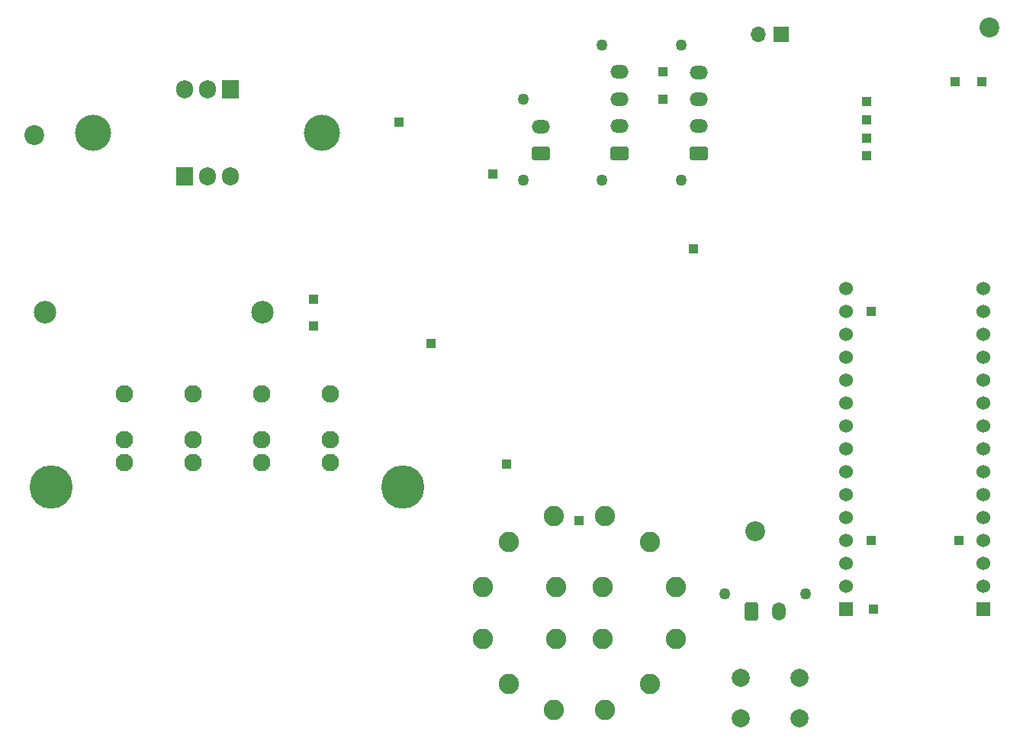
<source format=gbr>
%TF.GenerationSoftware,KiCad,Pcbnew,(6.0.1)*%
%TF.CreationDate,2022-07-17T13:54:31-07:00*%
%TF.ProjectId,IV Curve Tracer,49562043-7572-4766-9520-547261636572,1.3.0*%
%TF.SameCoordinates,PX1b50300PY6843e50*%
%TF.FileFunction,Soldermask,Bot*%
%TF.FilePolarity,Negative*%
%FSLAX46Y46*%
G04 Gerber Fmt 4.6, Leading zero omitted, Abs format (unit mm)*
G04 Created by KiCad (PCBNEW (6.0.1)) date 2022-07-17 13:54:31*
%MOMM*%
%LPD*%
G01*
G04 APERTURE LIST*
G04 Aperture macros list*
%AMRoundRect*
0 Rectangle with rounded corners*
0 $1 Rounding radius*
0 $2 $3 $4 $5 $6 $7 $8 $9 X,Y pos of 4 corners*
0 Add a 4 corners polygon primitive as box body*
4,1,4,$2,$3,$4,$5,$6,$7,$8,$9,$2,$3,0*
0 Add four circle primitives for the rounded corners*
1,1,$1+$1,$2,$3*
1,1,$1+$1,$4,$5*
1,1,$1+$1,$6,$7*
1,1,$1+$1,$8,$9*
0 Add four rect primitives between the rounded corners*
20,1,$1+$1,$2,$3,$4,$5,0*
20,1,$1+$1,$4,$5,$6,$7,0*
20,1,$1+$1,$6,$7,$8,$9,0*
20,1,$1+$1,$8,$9,$2,$3,0*%
G04 Aperture macros list end*
%ADD10R,1.530000X1.530000*%
%ADD11C,1.530000*%
%ADD12R,1.905000X2.000000*%
%ADD13O,1.905000X2.000000*%
%ADD14C,2.200000*%
%ADD15C,1.270000*%
%ADD16RoundRect,0.250001X-0.499999X-0.759999X0.499999X-0.759999X0.499999X0.759999X-0.499999X0.759999X0*%
%ADD17O,1.500000X2.020000*%
%ADD18RoundRect,0.250001X0.759999X-0.499999X0.759999X0.499999X-0.759999X0.499999X-0.759999X-0.499999X0*%
%ADD19O,2.020000X1.500000*%
%ADD20R,1.700000X1.700000*%
%ADD21O,1.700000X1.700000*%
%ADD22C,4.800000*%
%ADD23C,1.950000*%
%ADD24C,4.000000*%
%ADD25C,2.500000*%
%ADD26C,2.250000*%
%ADD27C,2.000000*%
%ADD28R,1.000000X1.000000*%
G04 APERTURE END LIST*
D10*
%TO.C,U101*%
X139024989Y-92872654D03*
D11*
X139024989Y-90332654D03*
X139024989Y-87792654D03*
X139024989Y-85252654D03*
X139024989Y-82712654D03*
X139024989Y-80172654D03*
X139024989Y-77632654D03*
X139024989Y-75092654D03*
X139024989Y-72552654D03*
X139024989Y-70012654D03*
X139024989Y-67472654D03*
X139024989Y-64932654D03*
X139024989Y-62392654D03*
X139024989Y-59852654D03*
X139024989Y-57312654D03*
X123784989Y-57312654D03*
X123784989Y-59852654D03*
X123784989Y-62392654D03*
X123784989Y-64932654D03*
X123784989Y-67472654D03*
X123784989Y-70012654D03*
X123784989Y-72552654D03*
X123784989Y-75092654D03*
X123784989Y-77632654D03*
X123784989Y-80172654D03*
X123784989Y-82712654D03*
X123784989Y-85252654D03*
X123784989Y-87792654D03*
X123784989Y-90332654D03*
D10*
X123784989Y-92872654D03*
%TD*%
D12*
%TO.C,Q301*%
X55414989Y-35228880D03*
D13*
X52874989Y-35228880D03*
X50334989Y-35228880D03*
%TD*%
D14*
%TO.C,H103*%
X113674989Y-84272654D03*
%TD*%
D15*
%TO.C,J101*%
X119269989Y-91202654D03*
X110269989Y-91202654D03*
D16*
X113269989Y-93162654D03*
D17*
X116269989Y-93162654D03*
%TD*%
D15*
%TO.C,J502*%
X96677489Y-30327654D03*
X96677489Y-45327654D03*
D18*
X98637489Y-42327654D03*
D19*
X98637489Y-39327654D03*
X98637489Y-36327654D03*
X98637489Y-33327654D03*
%TD*%
D20*
%TO.C,JP501*%
X116557489Y-29132654D03*
D21*
X114017489Y-29132654D03*
%TD*%
D13*
%TO.C,Q302*%
X55419989Y-44888880D03*
X52879989Y-44888880D03*
D12*
X50339989Y-44888880D03*
%TD*%
D14*
%TO.C,H101*%
X33664989Y-40337654D03*
%TD*%
D22*
%TO.C,J301*%
X35559989Y-79343880D03*
X74539989Y-79343880D03*
D23*
X43619989Y-76623880D03*
X43619989Y-74083880D03*
X43619989Y-69003880D03*
X51239989Y-76623880D03*
X51239989Y-74083880D03*
X51239989Y-69003880D03*
X58859989Y-76623880D03*
X58859989Y-74083880D03*
X58859989Y-69003880D03*
X66479989Y-76623880D03*
X66479989Y-74083880D03*
X66479989Y-69003880D03*
%TD*%
D15*
%TO.C,J501*%
X105442489Y-30337654D03*
X105442489Y-45337654D03*
D18*
X107402489Y-42337654D03*
D19*
X107402489Y-39337654D03*
X107402489Y-36337654D03*
X107402489Y-33337654D03*
%TD*%
D24*
%TO.C,HS301*%
X65579989Y-40078880D03*
X40179989Y-40078880D03*
%TD*%
D25*
%TO.C,F301*%
X58994989Y-59948880D03*
X34894989Y-59948880D03*
%TD*%
D14*
%TO.C,H102*%
X139634989Y-28362654D03*
%TD*%
D19*
%TO.C,J201*%
X89905000Y-39355000D03*
D18*
X89905000Y-42355000D03*
D15*
X87945000Y-45355000D03*
X87945000Y-36355000D03*
%TD*%
D26*
%TO.C,SW301*%
X91293899Y-104032654D03*
X86317899Y-101159744D03*
X83444989Y-96183744D03*
X83444989Y-90437964D03*
X86317899Y-85461964D03*
X91293899Y-82589054D03*
X97039679Y-82589054D03*
X102015679Y-85461964D03*
X104888589Y-90437964D03*
X104888589Y-96183744D03*
X102015679Y-101159744D03*
X97039679Y-104032654D03*
X91603789Y-96183744D03*
X91603779Y-90437964D03*
X96729799Y-90437964D03*
X96729799Y-96183744D03*
%TD*%
D27*
%TO.C,SW101*%
X112084989Y-104997654D03*
X118584989Y-104997654D03*
X118584989Y-100497654D03*
X112084989Y-100497654D03*
%TD*%
D28*
%TO.C,TP302*%
X74144989Y-38842654D03*
%TD*%
%TO.C,TP505*%
X126082489Y-36617654D03*
%TD*%
%TO.C,TP502*%
X138827489Y-34357654D03*
%TD*%
%TO.C,TP101*%
X126514989Y-59847654D03*
%TD*%
%TO.C,TP503*%
X126077489Y-42632654D03*
%TD*%
%TO.C,TP501*%
X135827489Y-34367654D03*
%TD*%
%TO.C,TP506*%
X126082489Y-40627654D03*
%TD*%
%TO.C,TP103*%
X136279989Y-85252654D03*
%TD*%
%TO.C,TP202*%
X106819989Y-52922654D03*
%TD*%
%TO.C,TP402*%
X64669989Y-61453880D03*
%TD*%
%TO.C,TP201*%
X126519989Y-85262654D03*
%TD*%
%TO.C,TP504*%
X126082489Y-38622654D03*
%TD*%
%TO.C,TP507*%
X103427489Y-36332654D03*
%TD*%
%TO.C,TP405*%
X86082489Y-76813744D03*
%TD*%
%TO.C,TP404*%
X94154989Y-83067654D03*
%TD*%
%TO.C,TP102*%
X126824989Y-92872654D03*
%TD*%
%TO.C,TP401*%
X64674989Y-58528880D03*
%TD*%
%TO.C,TP508*%
X103422489Y-33332654D03*
%TD*%
%TO.C,TP301*%
X84585000Y-44670000D03*
%TD*%
%TO.C,TP403*%
X77674989Y-63402654D03*
%TD*%
M02*

</source>
